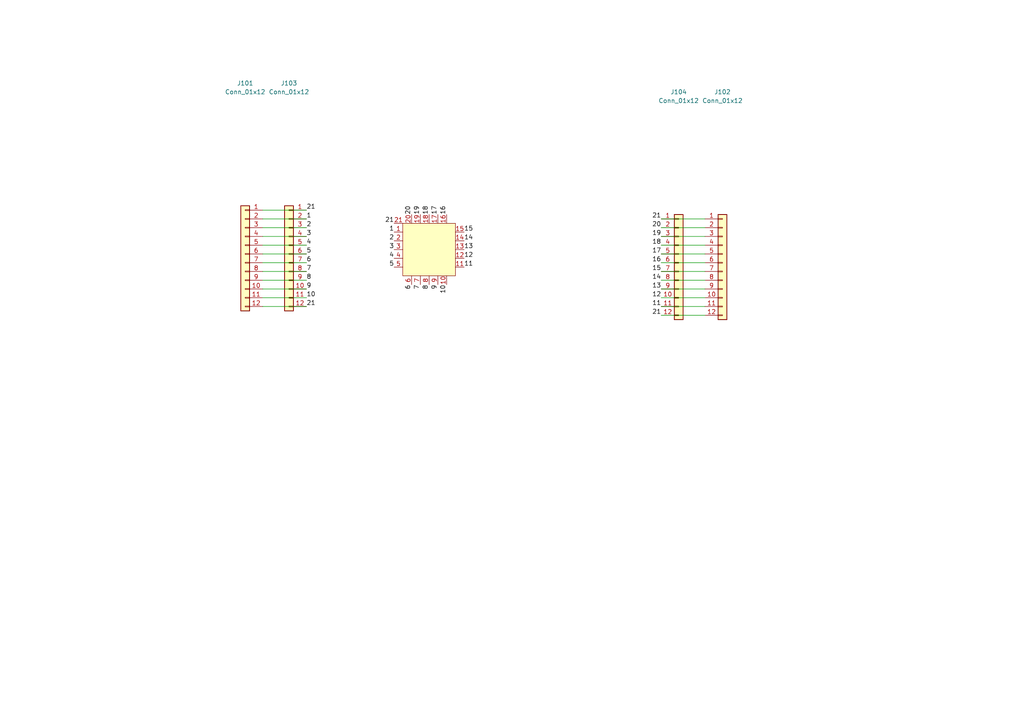
<source format=kicad_sch>
(kicad_sch (version 20250114) (generator "eeschema") (generator_version "9.0")
  (paper "A4")
  (lib_symbols
    (symbol "Connector_Generic:Conn_01x12" (pin_names (offset 1.016) (hide yes))
      (property "Reference" "J" (at 0 15.24 0))
      (property "Value" "Conn_01x12" (at 0 -17.78 0))
      (symbol "Conn_01x12_1_1"
        (rectangle (start -1.27 13.97) (end 1.27 -16.51) (stroke (width 0.254)) (fill (type background)))
        (rectangle (start -1.27 12.827) (end 0 12.573) (stroke (width 0.1524)))
        (rectangle (start -1.27 10.287) (end 0 10.033) (stroke (width 0.1524)))
        (rectangle (start -1.27 7.747) (end 0 7.493) (stroke (width 0.1524)))
        (rectangle (start -1.27 5.207) (end 0 4.953) (stroke (width 0.1524)))
        (rectangle (start -1.27 2.667) (end 0 2.413) (stroke (width 0.1524)))
        (rectangle (start -1.27 0.127) (end 0 -0.127) (stroke (width 0.1524)))
        (rectangle (start -1.27 -2.413) (end 0 -2.667) (stroke (width 0.1524)))
        (rectangle (start -1.27 -4.953) (end 0 -5.207) (stroke (width 0.1524)))
        (rectangle (start -1.27 -7.493) (end 0 -7.747) (stroke (width 0.1524)))
        (rectangle (start -1.27 -10.033) (end 0 -10.287) (stroke (width 0.1524)))
        (rectangle (start -1.27 -12.573) (end 0 -12.827) (stroke (width 0.1524)))
        (rectangle (start -1.27 -15.113) (end 0 -15.367) (stroke (width 0.1524)))
        (pin passive line (at -5.08 12.7 0) (length 3.81) (name "Pin_1") (number "1"))
        (pin passive line (at -5.08 10.16 0) (length 3.81) (name "Pin_2") (number "2"))
        (pin passive line (at -5.08 7.62 0) (length 3.81) (name "Pin_3") (number "3"))
        (pin passive line (at -5.08 5.08 0) (length 3.81) (name "Pin_4") (number "4"))
        (pin passive line (at -5.08 2.54 0) (length 3.81) (name "Pin_5") (number "5"))
        (pin passive line (at -5.08 0 0) (length 3.81) (name "Pin_6") (number "6"))
        (pin passive line (at -5.08 -2.54 0) (length 3.81) (name "Pin_7") (number "7"))
        (pin passive line (at -5.08 -5.08 0) (length 3.81) (name "Pin_8") (number "8"))
        (pin passive line (at -5.08 -7.62 0) (length 3.81) (name "Pin_9") (number "9"))
        (pin passive line (at -5.08 -10.16 0) (length 3.81) (name "Pin_10") (number "10"))
        (pin passive line (at -5.08 -12.7 0) (length 3.81) (name "Pin_11") (number "11"))
        (pin passive line (at -5.08 -15.24 0) (length 3.81) (name "Pin_12") (number "12"))
      )
    )
    (symbol "Interface_Ethernet:VSC8541XMV-0x"
      (symbol "VSC8541XMV-0x_0_0"
        (pin unspecified line (at -24.13 22.86 0) (length 2.54) (name "") (number "21"))
        (pin unspecified line (at -24.13 20.32 0) (length 2.54) (name "") (number "1"))
        (pin unspecified line (at -24.13 17.78 0) (length 2.54) (name "") (number "2"))
        (pin unspecified line (at -24.13 15.24 0) (length 2.54) (name "") (number "3"))
        (pin unspecified line (at -24.13 12.7 0) (length 2.54) (name "") (number "4"))
        (pin unspecified line (at -24.13 10.16 0) (length 2.54) (name "") (number "5"))
        (pin unspecified line (at -19.05 25.4 270) (length 2.54) (name "") (number "20"))
        (pin unspecified line (at -19.05 5.08 90) (length 2.54) (name "") (number "6"))
        (pin unspecified line (at -16.51 25.4 270) (length 2.54) (name "") (number "19"))
        (pin unspecified line (at -16.51 5.08 90) (length 2.54) (name "") (number "7"))
        (pin unspecified line (at -13.97 25.4 270) (length 2.54) (name "") (number "18"))
        (pin unspecified line (at -13.97 5.08 90) (length 2.54) (name "") (number "8"))
        (pin unspecified line (at -11.43 25.4 270) (length 2.54) (name "") (number "17"))
        (pin unspecified line (at -11.43 5.08 90) (length 2.54) (name "") (number "9"))
        (pin unspecified line (at -8.89 25.4 270) (length 2.54) (name "") (number "16"))
        (pin unspecified line (at -8.89 5.08 90) (length 2.54) (name "") (number "10"))
        (pin unspecified line (at -3.81 20.32 180) (length 2.54) (name "") (number "15"))
        (pin unspecified line (at -3.81 17.78 180) (length 2.54) (name "") (number "14"))
        (pin unspecified line (at -3.81 15.24 180) (length 2.54) (name "") (number "13"))
        (pin unspecified line (at -3.81 12.7 180) (length 2.54) (name "") (number "12"))
        (pin unspecified line (at -3.81 10.16 180) (length 2.54) (name "") (number "11"))
      )
      (symbol "VSC8541XMV-0x_1_1"
        (rectangle (start -21.59 22.86) (end -6.35 7.62) (fill (type background)))
      )
    )
  )
  (wire (pts (xy 204.47 66.04) (xy 191.77 66.04)))
  (wire (pts (xy 76.2 60.96) (xy 88.9 60.96)))
  (wire (pts (xy 76.2 88.9) (xy 88.9 88.9)))
  (wire (pts (xy 76.2 71.12) (xy 88.9 71.12)))
  (wire (pts (xy 204.47 81.28) (xy 191.77 81.28)))
  (wire (pts (xy 76.2 63.5) (xy 88.9 63.5)))
  (wire (pts (xy 76.2 66.04) (xy 88.9 66.04)))
  (wire (pts (xy 204.47 88.9) (xy 191.77 88.9)))
  (wire (pts (xy 204.47 78.74) (xy 191.77 78.74)))
  (wire (pts (xy 204.47 76.2) (xy 191.77 76.2)))
  (wire (pts (xy 76.2 83.82) (xy 88.9 83.82)))
  (wire (pts (xy 204.47 73.66) (xy 191.77 73.66)))
  (wire (pts (xy 76.2 81.28) (xy 88.9 81.28)))
  (wire (pts (xy 204.47 63.5) (xy 191.77 63.5)))
  (wire (pts (xy 76.2 68.58) (xy 88.9 68.58)))
  (wire (pts (xy 204.47 91.44) (xy 191.77 91.44)))
  (wire (pts (xy 204.47 71.12) (xy 191.77 71.12)))
  (wire (pts (xy 76.2 78.74) (xy 88.9 78.74)))
  (wire (pts (xy 204.47 83.82) (xy 191.77 83.82)))
  (wire (pts (xy 76.2 86.36) (xy 88.9 86.36)))
  (wire (pts (xy 204.47 86.36) (xy 191.77 86.36)))
  (wire (pts (xy 76.2 76.2) (xy 88.9 76.2)))
  (wire (pts (xy 204.47 68.58) (xy 191.77 68.58)))
  (wire (pts (xy 76.2 73.66) (xy 88.9 73.66)))
  (label "21" (at 191.77 63.5 180))
  (label "12" (at 191.77 86.36 180))
  (label "21" (at 88.9 88.9 0))
  (label "10" (at 88.9 86.36 0))
  (label "14" (at 191.77 81.28 180))
  (label "3" (at 88.9 68.58 0))
  (label "21" (at 191.77 91.44 180))
  (label "8" (at 88.9 81.28 0))
  (label "4" (at 88.9 71.12 0))
  (label "7" (at 88.9 78.74 0))
  (label "15" (at 191.77 78.74 180))
  (label "2" (at 88.9 66.04 0))
  (label "21" (at 88.9 60.96 0))
  (label "17" (at 191.77 73.66 180))
  (label "1" (at 88.9 63.5 0))
  (label "3" (at 114.3 72.39 180))
  (label "1" (at 114.3 67.31 180))
  (label "2" (at 114.3 69.85 180))
  (label "4" (at 114.3 74.93 180))
  (label "5" (at 114.3 77.47 180))
  (label "6" (at 119.38 82.55 270))
  (label "7" (at 121.92 82.55 270))
  (label "8" (at 124.46 82.55 270))
  (label "10" (at 129.54 82.55 270))
  (label "11" (at 134.62 77.47 0))
  (label "12" (at 134.62 74.93 0))
  (label "9" (at 127 82.55 270))
  (label "13" (at 134.62 72.39 0))
  (label "14" (at 134.62 69.85 0))
  (label "15" (at 134.62 67.31 0))
  (label "16" (at 129.54 62.23 90))
  (label "17" (at 127 62.23 90))
  (label "18" (at 124.46 62.23 90))
  (label "21" (at 114.3 64.77 180))
  (label "20" (at 119.38 62.23 90))
  (label "19" (at 121.92 62.23 90))
  (label "19" (at 191.77 68.58 180))
  (label "11" (at 191.77 88.9 180))
  (label "20" (at 191.77 66.04 180))
  (label "5" (at 88.9 73.66 0))
  (label "18" (at 191.77 71.12 180))
  (label "9" (at 88.9 83.82 0))
  (label "16" (at 191.77 76.2 180))
  (label "6" (at 88.9 76.2 0))
  (label "13" (at 191.77 83.82 180))
  (symbol (lib_id "Interface_Ethernet:VSC8541XMV-0x") (at 138.43 87.63 0) (unit 1)
    (property "Reference" "U101" (effects (hide yes)))
    (property "Value" "QFN-20" (effects (hide yes)))
    (property "Footprint" "libraries:RGY20_3P05X2P05" (effects (hide yes)))
  )
  (symbol (lib_id "Connector_Generic:Conn_01x12") (at 71.12 73.66 0) (mirror y) (unit 1)
    (property "Reference" "J101" (at 71.12 24.13 0))
    (property "Value" "Conn_01x12" (at 71.12 26.67 0))
    (property "Footprint" "Connector_PinHeader_2.54mm:PinHeader_1x12_P2.54mm_Vertical_SMD_Pin1Left" (effects (hide yes)))
    (property "Description" "Generic connector, single row, 01x12, script generated (kicad-library-utils/schlib/autogen/connector/)" (effects (hide yes)))
  )
  (symbol (lib_id "Connector_Generic:Conn_01x12") (at 83.82 73.66 0) (mirror y) (unit 1)
    (property "Reference" "J103" (at 83.82 24.13 0))
    (property "Value" "Conn_01x12" (at 83.82 26.67 0))
    (property "Footprint" "Connector_PinHeader_2.54mm:PinHeader_1x12_P2.54mm_Vertical" (effects (hide yes)))
    (property "Description" "Generic connector, single row, 01x12, script generated (kicad-library-utils/schlib/autogen/connector/)" (effects (hide yes)))
  )
  (symbol (lib_id "Connector_Generic:Conn_01x12") (at 209.55 76.2 0) (unit 1)
    (property "Reference" "J102" (at 209.55 26.67 0))
    (property "Value" "Conn_01x12" (at 209.55 29.21 0))
    (property "Footprint" "Connector_PinHeader_2.54mm:PinHeader_1x12_P2.54mm_Vertical" (effects (hide yes)))
    (property "Description" "Generic connector, single row, 01x12, script generated (kicad-library-utils/schlib/autogen/connector/)" (effects (hide yes)))
  )
  (symbol (lib_id "Connector_Generic:Conn_01x12") (at 196.85 76.2 0) (unit 1)
    (property "Reference" "J104" (at 196.85 26.67 0))
    (property "Value" "Conn_01x12" (at 196.85 29.21 0))
    (property "Footprint" "Connector_PinHeader_2.54mm:PinHeader_1x12_P2.54mm_Vertical_SMD_Pin1Right" (effects (hide yes)))
    (property "Description" "Generic connector, single row, 01x12, script generated (kicad-library-utils/schlib/autogen/connector/)" (effects (hide yes)))
  )
)
</source>
